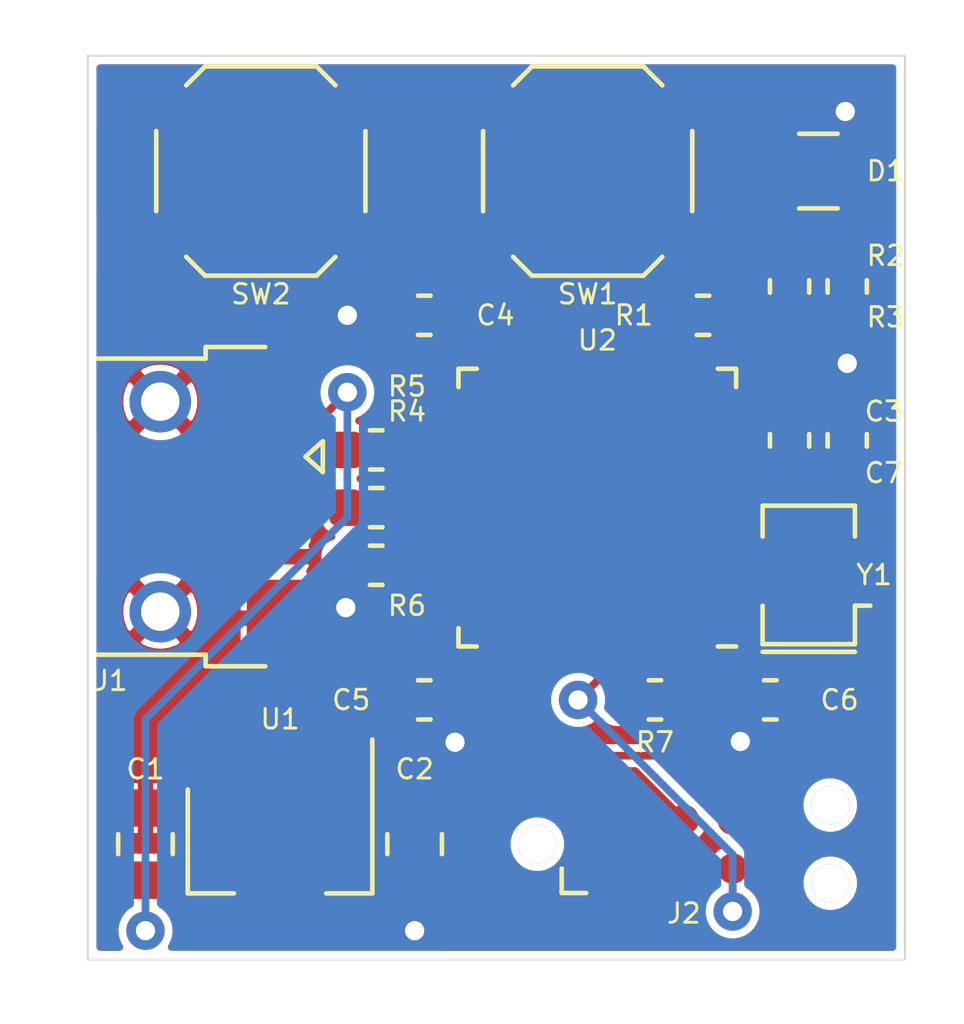
<source format=kicad_pcb>
(kicad_pcb (version 20211014) (generator pcbnew)
  (layers (0 "F.Cu" signal) (31 "B.Cu" signal) (34 "B.Paste" user) (35 "F.Paste" user) (36 "B.SilkS" user "B.Silkscreen") (37 "F.SilkS" user "F.Silkscreen") (38 "B.Mask" user) (39 "F.Mask" user) (44 "Edge.Cuts" user))
  (net 0 "")
  (net 1 "+5V")
  (net 2 "GND")
  (net 3 "+3V3")
  (net 4 "/NRST")
  (net 5 "Net-(D1-Pad3)")
  (net 6 "Net-(D1-Pad4)")
  (net 7 "Net-(D1-Pad1)")
  (net 8 "Net-(J1-Pad4)")
  (net 9 "Net-(J1-Pad3)")
  (net 10 "Net-(J1-Pad2)")
  (net 11 "/SWDIO")
  (net 12 "/SWCLK")
  (net 13 "/SWO")
  (net 14 "/TX")
  (net 15 "/RX")
  (net 16 "/LED_B")
  (net 17 "/LED_G")
  (net 18 "/LED_R")
  (net 19 "/USB_DP")
  (net 20 "/USB_DM")
  (net 21 "Net-(R7-Pad1)")
  (net 22 "/SW1")
  (net 23 "/SW2")
  (net 24 "Net-(U2-Pad41)")
  (net 25 "Net-(U2-Pad40)")
  (net 26 "Net-(U2-Pad38)")
  (net 27 "Net-(U2-Pad29)")
  (net 28 "Net-(U2-Pad28)")
  (net 29 "Net-(U2-Pad27)")
  (net 30 "Net-(U2-Pad26)")
  (net 31 "Net-(U2-Pad25)")
  (net 32 "Net-(U2-Pad20)")
  (net 33 "Net-(U2-Pad19)")
  (net 34 "Net-(U2-Pad18)")
  (net 35 "Net-(U2-Pad17)")
  (net 36 "Net-(U2-Pad16)")
  (net 37 "Net-(U2-Pad15)")
  (net 38 "Net-(U2-Pad14)")
  (net 39 "Net-(U2-Pad6)")
  (net 40 "Net-(U2-Pad5)")
  (net 41 "Net-(U2-Pad4)")
  (net 42 "Net-(U2-Pad3)")
  (net 43 "Net-(U2-Pad2)")
  (net 44 "Net-(U2-Pad31)")
  (net 45 "Net-(U2-Pad30)")
  (net 46 "Net-(U2-Pad46)")
  (net 47 "Net-(U2-Pad45)")
  (net 48 "Net-(U2-Pad10)")
  (footprint "Capacitor_SMD:C_0805_2012Metric" (layer "F.Cu") (at 138.5 113.75 90)
    (fp_text reference "C2" (at 1.95 0 180) (layer "F.SilkS") (effects (font (size 0.508 0.508) (thickness 0.0762))))
    (fp_text value "10u")
    (fp_line (start -0.258578 0.71) (end 0.258578 0.71) (layer "F.SilkS") (width 0.12))
    (fp_line (start -0.258578 -0.71) (end 0.258578 -0.71) (layer "F.SilkS") (width 0.12))
    (pad "1" smd roundrect locked (at -0.9375 0 90) (size 0.975 1.4) (layers "F.Cu" "F.Paste" "F.Mask") (net 3 "+3V3"))
    (pad "2" smd roundrect locked (at 0.9375 0 90) (size 0.975 1.4) (layers "F.Cu" "F.Paste" "F.Mask") (net 2 "GND"))
  )
  (footprint "Capacitor_SMD:C_0603_1608Metric" (layer "F.Cu") (at 149.75 103.25 90)
    (fp_text reference "C3" (at 0.75 0.95 180) (layer "F.SilkS") (effects (font (size 0.508 0.508) (thickness 0.0762))))
    (fp_text value "100n")
    (fp_line (start -0.162779 0.51) (end 0.162779 0.51) (layer "F.SilkS") (width 0.12))
    (fp_line (start -0.162779 -0.51) (end 0.162779 -0.51) (layer "F.SilkS") (width 0.12))
    (pad "1" smd roundrect locked (at -0.7875 0 90) (size 0.875 0.95) (layers "F.Cu" "F.Paste" "F.Mask") (net 4 "/NRST"))
    (pad "2" smd roundrect locked (at 0.7875 0 90) (size 0.875 0.95) (layers "F.Cu" "F.Paste" "F.Mask") (net 2 "GND"))
  )
  (footprint "Capacitor_SMD:C_0603_1608Metric" (layer "F.Cu") (at 138.75 100)
    (fp_text reference "C4" (at 1.85 0) (layer "F.SilkS") (effects (font (size 0.508 0.508) (thickness 0.0762))))
    (fp_text value "100n")
    (fp_line (start -0.162779 -0.51) (end 0.162779 -0.51) (layer "F.SilkS") (width 0.12))
    (fp_line (start -0.162779 0.51) (end 0.162779 0.51) (layer "F.SilkS") (width 0.12))
    (pad "1" smd roundrect locked (at -0.7875 0) (size 0.875 0.95) (layers "F.Cu" "F.Paste" "F.Mask") (net 3 "+3V3"))
    (pad "2" smd roundrect locked (at 0.7875 0) (size 0.875 0.95) (layers "F.Cu" "F.Paste" "F.Mask") (net 2 "GND"))
  )
  (footprint "Capacitor_SMD:C_0603_1608Metric" (layer "F.Cu") (at 138.75 110 180)
    (fp_text reference "C5" (at 1.9 0) (layer "F.SilkS") (effects (font (size 0.508 0.508) (thickness 0.0762))))
    (fp_text value "100n")
    (fp_line (start -0.162779 0.51) (end 0.162779 0.51) (layer "F.SilkS") (width 0.12))
    (fp_line (start -0.162779 -0.51) (end 0.162779 -0.51) (layer "F.SilkS") (width 0.12))
    (pad "1" smd roundrect locked (at -0.7875 0 180) (size 0.875 0.95) (layers "F.Cu" "F.Paste" "F.Mask") (net 3 "+3V3"))
    (pad "2" smd roundrect locked (at 0.7875 0 180) (size 0.875 0.95) (layers "F.Cu" "F.Paste" "F.Mask") (net 2 "GND"))
  )
  (footprint "Capacitor_SMD:C_0603_1608Metric" (layer "F.Cu") (at 147.75 110)
    (fp_text reference "C6" (at 1.8 0) (layer "F.SilkS") (effects (font (size 0.508 0.508) (thickness 0.0762))))
    (fp_text value "100n")
    (fp_line (start -0.162779 -0.51) (end 0.162779 -0.51) (layer "F.SilkS") (width 0.12))
    (fp_line (start -0.162779 0.51) (end 0.162779 0.51) (layer "F.SilkS") (width 0.12))
    (pad "1" smd roundrect locked (at -0.7875 0) (size 0.875 0.95) (layers "F.Cu" "F.Paste" "F.Mask") (net 3 "+3V3"))
    (pad "2" smd roundrect locked (at 0.7875 0) (size 0.875 0.95) (layers "F.Cu" "F.Paste" "F.Mask") (net 2 "GND"))
  )
  (footprint "Connector_USB:USB_Micro-B_Amphenol_10103594-0001LF_Horizontal" (layer "F.Cu") (at 133 105 -90)
    (fp_text reference "J1" (at 4.5 2.4) (layer "F.SilkS") (effects (font (size 0.508 0.508) (thickness 0.0762))))
    (fp_text value "USB_B_Micro")
    (fp_line (start -1.725 -3.1118) (end -0.925 -3.1118) (layer "F.SilkS") (width 0.12))
    (fp_line (start -1.325 -2.6618) (end -1.725 -3.1118) (layer "F.SilkS") (width 0.12))
    (fp_line (start -0.925 -3.1118) (end -1.325 -2.6618) (layer "F.SilkS") (width 0.12))
    (fp_line (start -4.175 -0.065) (end -4.175 -1.615) (layer "F.SilkS") (width 0.12))
    (fp_line (start 3.825 2.735) (end 3.825 -0.065) (layer "F.SilkS") (width 0.12))
    (fp_line (start -3.875 2.735) (end -3.875 -0.065) (layer "F.SilkS") (width 0.12))
    (fp_line (start 3.825 -0.065) (end 4.125 -0.065) (layer "F.SilkS") (width 0.12))
    (fp_line (start 4.125 -0.065) (end 4.125 -1.615) (layer "F.SilkS") (width 0.12))
    (fp_line (start -4.175 -0.065) (end -3.875 -0.065) (layer "F.SilkS") (width 0.12))
    (pad "1" smd rect locked (at -1.325 -1.765) (size 1.65 0.4) (layers "F.Cu" "F.Paste" "F.Mask") (net 1 "+5V"))
    (pad "2" smd rect locked (at -0.675 -1.765) (size 1.65 0.4) (layers "F.Cu" "F.Paste" "F.Mask") (net 10 "Net-(J1-Pad2)"))
    (pad "3" smd rect locked (at -0.025 -1.765) (size 1.65 0.4) (layers "F.Cu" "F.Paste" "F.Mask") (net 9 "Net-(J1-Pad3)"))
    (pad "4" smd rect locked (at 0.625 -1.765) (size 1.65 0.4) (layers "F.Cu" "F.Paste" "F.Mask") (net 8 "Net-(J1-Pad4)"))
    (pad "5" smd rect locked (at 1.275 -1.765) (size 1.65 0.4) (layers "F.Cu" "F.Paste" "F.Mask") (net 2 "GND"))
    (pad "6" smd rect locked (at 2.875 -1.885 270) (size 2 1.5) (layers "F.Cu" "F.Paste" "F.Mask") (net 2 "GND"))
    (pad "6" smd rect locked (at 0.935 1.385) (size 2.5 1.43) (layers "F.Cu" "F.Paste" "F.Mask") (net 2 "GND"))
    (pad "6" thru_hole circle locked (at -2.755 1.115) (size 1.6 1.6) (drill 1) (layers *.Cu *.Mask) (net 2 "GND"))
    (pad "6" smd rect locked (at -0.985 1.385) (size 2.5 1.43) (layers "F.Cu" "F.Paste" "F.Mask") (net 2 "GND"))
    (pad "6" thru_hole circle locked (at 2.705 1.115) (size 1.6 1.6) (drill 1) (layers *.Cu *.Mask) (net 2 "GND"))
    (pad "6" smd rect locked (at -2.875 -1.865 270) (size 2 1.5) (layers "F.Cu" "F.Paste" "F.Mask") (net 2 "GND"))
  )
  (footprint "Connector:Tag-Connect_TC2050-IDC-NL_2x05_P1.27mm_Vertical" (layer "F.Cu") (at 145.5 113.75)
    (fp_text reference "J2" (at 0 1.8) (layer "F.SilkS") (effects (font (size 0.508 0.508) (thickness 0.0762))))
    (fp_text value "SWD")
    (fp_line (start -3.175 1.27) (end -3.175 0.635) (layer "F.SilkS") (width 0.12))
    (fp_line (start -2.54 1.27) (end -3.175 1.27) (layer "F.SilkS") (width 0.12))
    (pad "" thru_hole circle locked (at 3.81 -1.016) (size 0.9906 0.9906) (drill 0.9906) (layers *.Cu *.Mask))
    (pad "" thru_hole circle locked (at 3.81 1.016) (size 0.9906 0.9906) (drill 0.9906) (layers *.Cu *.Mask))
    (pad "" thru_hole circle locked (at -3.81 0) (size 0.9906 0.9906) (drill 0.9906) (layers *.Cu *.Mask))
    (pad "1" connect circle locked (at -2.54 0.635) (size 0.7874 0.7874) (layers "F.Cu" "F.Mask") (net 3 "+3V3"))
    (pad "2" connect circle locked (at -1.27 0.635) (size 0.7874 0.7874) (layers "F.Cu" "F.Mask") (net 2 "GND"))
    (pad "3" connect circle locked (at 0 0.635) (size 0.7874 0.7874) (layers "F.Cu" "F.Mask") (net 2 "GND"))
    (pad "4" connect circle locked (at 1.27 0.635) (size 0.7874 0.7874) (layers "F.Cu" "F.Mask") (net 15 "/RX"))
    (pad "5" connect circle locked (at 2.54 0.635) (size 0.7874 0.7874) (layers "F.Cu" "F.Mask") (net 2 "GND"))
    (pad "6" connect circle locked (at 2.54 -0.635) (size 0.7874 0.7874) (layers "F.Cu" "F.Mask") (net 4 "/NRST"))
    (pad "7" connect circle locked (at 1.27 -0.635) (size 0.7874 0.7874) (layers "F.Cu" "F.Mask") (net 14 "/TX"))
    (pad "8" connect circle locked (at 0 -0.635) (size 0.7874 0.7874) (layers "F.Cu" "F.Mask") (net 13 "/SWO"))
    (pad "9" connect circle locked (at -1.27 -0.635) (size 0.7874 0.7874) (layers "F.Cu" "F.Mask") (net 12 "/SWCLK"))
    (pad "10" connect circle locked (at -2.54 -0.635) (size 0.7874 0.7874) (layers "F.Cu" "F.Mask") (net 11 "/SWDIO"))
  )
  (footprint "Resistor_SMD:R_0603_1608Metric" (layer "F.Cu") (at 146 100)
    (fp_text reference "R1" (at -1.8 0) (layer "F.SilkS") (effects (font (size 0.508 0.508) (thickness 0.0762))))
    (fp_text value "150")
    (fp_line (start -0.162779 0.51) (end 0.162779 0.51) (layer "F.SilkS") (width 0.12))
    (fp_line (start -0.162779 -0.51) (end 0.162779 -0.51) (layer "F.SilkS") (width 0.12))
    (pad "1" smd roundrect locked (at -0.7875 0) (size 0.875 0.95) (layers "F.Cu" "F.Paste" "F.Mask") (net 16 "/LED_B"))
    (pad "2" smd roundrect locked (at 0.7875 0) (size 0.875 0.95) (layers "F.Cu" "F.Paste" "F.Mask") (net 5 "Net-(D1-Pad3)"))
  )
  (footprint "Resistor_SMD:R_0603_1608Metric" (layer "F.Cu") (at 148.25 99.25 90)
    (fp_text reference "R2" (at 0.8 2.5 180) (layer "F.SilkS") (effects (font (size 0.508 0.508) (thickness 0.0762))))
    (fp_text value "150")
    (fp_line (start -0.162779 0.51) (end 0.162779 0.51) (layer "F.SilkS") (width 0.12))
    (fp_line (start -0.162779 -0.51) (end 0.162779 -0.51) (layer "F.SilkS") (width 0.12))
    (pad "1" smd roundrect locked (at -0.7875 0 90) (size 0.875 0.95) (layers "F.Cu" "F.Paste" "F.Mask") (net 17 "/LED_G"))
    (pad "2" smd roundrect locked (at 0.7875 0 90) (size 0.875 0.95) (layers "F.Cu" "F.Paste" "F.Mask") (net 6 "Net-(D1-Pad4)"))
  )
  (footprint "Resistor_SMD:R_0603_1608Metric" (layer "F.Cu") (at 149.75 99.25 90)
    (fp_text reference "R3" (at -0.8 1 180) (layer "F.SilkS") (effects (font (size 0.508 0.508) (thickness 0.0762))))
    (fp_text value "150")
    (fp_line (start -0.162779 0.51) (end 0.162779 0.51) (layer "F.SilkS") (width 0.12))
    (fp_line (start -0.162779 -0.51) (end 0.162779 -0.51) (layer "F.SilkS") (width 0.12))
    (pad "1" smd roundrect locked (at -0.7875 0 90) (size 0.875 0.95) (layers "F.Cu" "F.Paste" "F.Mask") (net 18 "/LED_R"))
    (pad "2" smd roundrect locked (at 0.7875 0 90) (size 0.875 0.95) (layers "F.Cu" "F.Paste" "F.Mask") (net 7 "Net-(D1-Pad1)"))
  )
  (footprint "Resistor_SMD:R_0603_1608Metric" (layer "F.Cu") (at 137.5 103.5 180)
    (fp_text reference "R5" (at -0.8 1.65) (layer "F.SilkS") (effects (font (size 0.508 0.508) (thickness 0.0762))))
    (fp_text value "22")
    (fp_line (start -0.162779 0.51) (end 0.162779 0.51) (layer "F.SilkS") (width 0.12))
    (fp_line (start -0.162779 -0.51) (end 0.162779 -0.51) (layer "F.SilkS") (width 0.12))
    (pad "1" smd roundrect locked (at -0.7875 0 180) (size 0.875 0.95) (layers "F.Cu" "F.Paste" "F.Mask") (net 20 "/USB_DM"))
    (pad "2" smd roundrect locked (at 0.7875 0 180) (size 0.875 0.95) (layers "F.Cu" "F.Paste" "F.Mask") (net 10 "Net-(J1-Pad2)"))
  )
  (footprint "Resistor_SMD:R_0603_1608Metric" (layer "F.Cu") (at 137.5 106.5)
    (fp_text reference "R6" (at 0.8 1.05) (layer "F.SilkS") (effects (font (size 0.508 0.508) (thickness 0.0762))))
    (fp_text value "10k")
    (fp_line (start -0.162779 0.51) (end 0.162779 0.51) (layer "F.SilkS") (width 0.12))
    (fp_line (start -0.162779 -0.51) (end 0.162779 -0.51) (layer "F.SilkS") (width 0.12))
    (pad "1" smd roundrect locked (at -0.7875 0) (size 0.875 0.95) (layers "F.Cu" "F.Paste" "F.Mask") (net 3 "+3V3"))
    (pad "2" smd roundrect locked (at 0.7875 0) (size 0.875 0.95) (layers "F.Cu" "F.Paste" "F.Mask") (net 19 "/USB_DP"))
  )
  (footprint "Resistor_SMD:R_0603_1608Metric" (layer "F.Cu") (at 144.75 110)
    (fp_text reference "R7" (at 0 1.1) (layer "F.SilkS") (effects (font (size 0.508 0.508) (thickness 0.0762))))
    (fp_text value "100k")
    (fp_line (start -0.162779 -0.51) (end 0.162779 -0.51) (layer "F.SilkS") (width 0.12))
    (fp_line (start -0.162779 0.51) (end 0.162779 0.51) (layer "F.SilkS") (width 0.12))
    (pad "1" smd roundrect locked (at -0.7875 0) (size 0.875 0.95) (layers "F.Cu" "F.Paste" "F.Mask") (net 21 "Net-(R7-Pad1)"))
    (pad "2" smd roundrect locked (at 0.7875 0) (size 0.875 0.95) (layers "F.Cu" "F.Paste" "F.Mask") (net 2 "GND"))
  )
  (footprint "Button_Switch_SMD:SW_SPST_SKQG_WithoutStem" (layer "F.Cu") (at 143 96.25 180)
    (fp_text reference "SW1" (at 0 -3.2 180) (layer "F.SilkS") (effects (font (size 0.508 0.508) (thickness 0.0762))))
    (fp_text value "SW1")
    (fp_line (start 1.45 2.72) (end 1.94 2.23) (layer "F.SilkS") (width 0.12))
    (fp_line (start -1.45 2.72) (end 1.45 2.72) (layer "F.SilkS") (width 0.12))
    (fp_line (start 1.45 -2.72) (end 1.94 -2.23) (layer "F.SilkS") (width 0.12))
    (fp_line (start -2.72 1.04) (end -2.72 -1.04) (layer "F.SilkS") (width 0.12))
    (fp_line (start -1.45 -2.72) (end 1.45 -2.72) (layer "F.SilkS") (width 0.12))
    (fp_line (start -1.45 -2.72) (end -1.94 -2.23) (layer "F.SilkS") (width 0.12))
    (fp_line (start -1.45 2.72) (end -1.94 2.23) (layer "F.SilkS") (width 0.12))
    (fp_line (start 2.72 1.04) (end 2.72 -1.04) (layer "F.SilkS") (width 0.12))
    (pad "" smd rect locked (at -3.1 -1.85 180) (size 1.8 1.1) (layers "F.Cu" "F.Paste" "F.Mask"))
    (pad "1" smd rect locked (at 3.1 -1.85 180) (size 1.8 1.1) (layers "F.Cu" "F.Paste" "F.Mask") (net 22 "/SW1"))
    (pad "2" smd rect locked (at -3.1 1.85 180) (size 1.8 1.1) (layers "F.Cu" "F.Paste" "F.Mask") (net 2 "GND"))
    (pad "2" smd rect locked (at 3.1 1.85 180) (size 1.8 1.1) (layers "F.Cu" "F.Paste" "F.Mask") (net 2 "GND"))
  )
  (footprint "Package_TO_SOT_SMD:SOT-89-3" (layer "F.Cu") (at 135 113.25 -90)
    (fp_text reference "U1" (at -2.75 0 180) (layer "F.SilkS") (effects (font (size 0.508 0.508) (thickness 0.0762))))
    (fp_text value "AZ1117-3.3")
    (fp_line (start 1.78 2.4) (end -0.92 2.4) (layer "F.SilkS") (width 0.12))
    (fp_line (start 1.78 -2.4) (end 1.78 -1.2) (layer "F.SilkS") (width 0.12))
    (fp_line (start -2.22 -2.4) (end 1.78 -2.4) (layer "F.SilkS") (width 0.12))
    (fp_line (start 1.78 1.2) (end 1.78 2.4) (layer "F.SilkS") (width 0.12))
    (pad "1" smd rect locked (at -1.48 -1.5 180) (size 1 1.5) (layers "F.Cu" "F.Paste" "F.Mask") (net 2 "GND"))
    (pad "2" smd rect locked (at -1.3335 0 180) (size 1 1.8) (layers "F.Cu" "F.Paste" "F.Mask") (net 3 "+3V3"))
    (pad "2" smd trapezoid locked (at 2.667 0 180) (size 1.6 0.85) (rect_delta 0 0.6) (layers "F.Cu" "F.Paste" "F.Mask") (net 3 "+3V3"))
    (pad "2" smd trapezoid locked (at -0.0762 0) (size 1.5 1) (rect_delta 0 0.7) (layers "F.Cu" "F.Paste" "F.Mask") (net 3 "+3V3"))
    (pad "2" smd rect locked (at 1.3335 0 180) (size 2.2 1.84) (layers "F.Cu" "F.Paste" "F.Mask") (net 3 "+3V3"))
    (pad "3" smd rect locked (at -1.48 1.5 180) (size 1 1.5) (layers "F.Cu" "F.Paste" "F.Mask") (net 1 "+5V"))
  )
  (footprint "Package_DFN_QFN:QFN-48-1EP_7x7mm_P0.5mm_EP5.6x5.6mm" (layer "F.Cu") (at 143.25 105 180)
    (fp_text reference "U2" (at 0 4.35 180) (layer "F.SilkS") (effects (font (size 0.508 0.508) (thickness 0.0762))))
    (fp_text value "STM32F103CBUx")
    (fp_line (start -3.135 -3.61) (end -3.61 -3.61) (layer "F.SilkS") (width 0.12))
    (fp_line (start 3.61 -3.61) (end 3.61 -3.135) (layer "F.SilkS") (width 0.12))
    (fp_line (start 3.61 3.61) (end 3.61 3.135) (layer "F.SilkS") (width 0.12))
    (fp_line (start -3.135 3.61) (end -3.61 3.61) (layer "F.SilkS") (width 0.12))
    (fp_line (start 3.135 -3.61) (end 3.61 -3.61) (layer "F.SilkS") (width 0.12))
    (fp_line (start 3.135 3.61) (end 3.61 3.61) (layer "F.SilkS") (width 0.12))
    (fp_line (start -3.61 3.61) (end -3.61 3.135) (layer "F.SilkS") (width 0.12))
    (pad "1" smd roundrect locked (at -3.4375 -2.75 180) (size 0.875 0.25) (layers "F.Cu" "F.Paste" "F.Mask") (net 3 "+3V3"))
    (pad "2" smd roundrect locked (at -3.4375 -2.25 180) (size 0.875 0.25) (layers "F.Cu" "F.Paste" "F.Mask") (net 43 "Net-(U2-Pad2)"))
    (pad "3" smd roundrect locked (at -3.4375 -1.75 180) (size 0.875 0.25) (layers "F.Cu" "F.Paste" "F.Mask") (net 42 "Net-(U2-Pad3)"))
    (pad "4" smd roundrect locked (at -3.4375 -1.25 180) (size 0.875 0.25) (layers "F.Cu" "F.Paste" "F.Mask") (net 41 "Net-(U2-Pad4)"))
    (pad "5" smd roundrect locked (at -3.4375 -0.75 180) (size 0.875 0.25) (layers "F.Cu" "F.Paste" "F.Mask") (net 40 "Net-(U2-Pad5)"))
    (pad "6" smd roundrect locked (at -3.4375 -0.25 180) (size 0.875 0.25) (layers "F.Cu" "F.Paste" "F.Mask") (net 39 "Net-(U2-Pad6)"))
    (pad "7" smd roundrect locked (at -3.4375 0.25 180) (size 0.875 0.25) (layers "F.Cu" "F.Paste" "F.Mask") (net 4 "/NRST"))
    (pad "8" smd roundrect locked (at -3.4375 0.75 180) (size 0.875 0.25) (layers "F.Cu" "F.Paste" "F.Mask") (net 2 "GND"))
    (pad "9" smd roundrect locked (at -3.4375 1.25 180) (size 0.875 0.25) (layers "F.Cu" "F.Paste" "F.Mask") (net 3 "+3V3"))
    (pad "10" smd roundrect locked (at -3.4375 1.75 180) (size 0.875 0.25) (layers "F.Cu" "F.Paste" "F.Mask") (net 48 "Net-(U2-Pad10)"))
    (pad "11" smd roundrect locked (at -3.4375 2.25 180) (size 0.875 0.25) (layers "F.Cu" "F.Paste" "F.Mask") (net 18 "/LED_R"))
    (pad "12" smd roundrect locked (at -3.4375 2.75 180) (size 0.875 0.25) (layers "F.Cu" "F.Paste" "F.Mask") (net 17 "/LED_G"))
    (pad "13" smd roundrect locked (at -2.75 3.4375 180) (size 0.25 0.875) (layers "F.Cu" "F.Paste" "F.Mask") (net 16 "/LED_B"))
    (pad "14" smd roundrect locked (at -2.25 3.4375 180) (size 0.25 0.875) (layers "F.Cu" "F.Paste" "F.Mask") (net 38 "Net-(U2-Pad14)"))
    (pad "15" smd roundrect locked (at -1.75 3.4375 180) (size 0.25 0.875) (layers "F.Cu" "F.Paste" "F.Mask") (net 37 "Net-(U2-Pad15)"))
    (pad "16" smd roundrect locked (at -1.25 3.4375 180) (size 0.25 0.875) (layers "F.Cu" "F.Paste" "F.Mask") (net 36 "Net-(U2-Pad16)"))
    (pad "17" smd roundrect locked (at -0.75 3.4375 180) (size 0.25 0.875) (layers "F.Cu" "F.Paste" "F.Mask") (net 35 "Net-(U2-Pad17)"))
    (pad "18" smd roundrect locked (at -0.25 3.4375 180) (size 0.25 0.875) (layers "F.Cu" "F.Paste" "F.Mask") (net 34 "Net-(U2-Pad18)"))
    (pad "19" smd roundrect locked (at 0.25 3.4375 180) (size 0.25 0.875) (layers "F.Cu" "F.Paste" "F.Mask") (net 33 "Net-(U2-Pad19)"))
    (pad "20" smd roundrect locked (at 0.75 3.4375 180) (size 0.25 0.875) (layers "F.Cu" "F.Paste" "F.Mask") (net 32 "Net-(U2-Pad20)"))
    (pad "21" smd roundrect locked (at 1.25 3.4375 180) (size 0.25 0.875) (layers "F.Cu" "F.Paste" "F.Mask") (net 22 "/SW1"))
    (pad "22" smd roundrect locked (at 1.75 3.4375 180) (size 0.25 0.875) (layers "F.Cu" "F.Paste" "F.Mask") (net 23 "/SW2"))
    (pad "23" smd roundrect locked (at 2.25 3.4375 180) (size 0.25 0.875) (layers "F.Cu" "F.Paste" "F.Mask") (net 2 "GND"))
    (pad "24" smd roundrect locked (at 2.75 3.4375 180) (size 0.25 0.875) (layers "F.Cu" "F.Paste" "F.Mask") (net 3 "+3V3"))
    (pad "25" smd roundrect locked (at 3.4375 2.75 180) (size 0.875 0.25) (layers "F.Cu" "F.Paste" "F.Mask") (net 31 "Net-(U2-Pad25)"))
    (pad "26" smd roundrect locked (at 3.4375 2.25 180) (size 0.875 0.25) (layers "F.Cu" "F.Paste" "F.Mask") (net 30 "Net-(U2-Pad26)"))
    (pad "27" smd roundrect locked (at 3.4375 1.75 180) (size 0.875 0.25) (layers "F.Cu" "F.Paste" "F.Mask") (net 29 "Net-(U2-Pad27)"))
    (pad "28" smd roundrect locked (at 3.4375 1.25 180) (size 0.875 0.25) (layers "F.Cu" "F.Paste" "F.Mask") (net 28 "Net-(U2-Pad28)"))
    (pad "29" smd roundrect locked (at 3.4375 0.75 180) (size 0.875 0.25) (layers "F.Cu" "F.Paste" "F.Mask") (net 27 "Net-(U2-Pad29)"))
    (pad "30" smd roundrect locked (at 3.4375 0.25 180) (size 0.875 0.25) (layers "F.Cu" "F.Paste" "F.Mask") (net 45 "Net-(U2-Pad30)"))
    (pad "31" smd roundrect locked (at 3.4375 -0.25 180) (size 0.875 0.25) (layers "F.Cu" "F.Paste" "F.Mask") (net 44 "Net-(U2-Pad31)"))
    (pad "32" smd roundrect locked (at 3.4375 -0.75 180) (size 0.875 0.25) (layers "F.Cu" "F.Paste" "F.Mask") (net 20 "/USB_DM"))
    (pad "33" smd roundrect locked (at 3.4375 -1.25 180) (size 0.875 0.25) (layers "F.Cu" "F.Paste" "F.Mask") (net 19 "/USB_DP"))
    (pad "34" smd roundrect locked (at 3.4375 -1.75 180) (size 0.875 0.25) (layers "F.Cu" "F.Paste" "F.Mask") (net 11 "/SWDIO"))
    (pad "35" smd roundrect locked (at 3.4375 -2.25 180) (size 0.875 0.25) (layers "F.Cu" "F.Paste" "F.Mask") (net 2 "GND"))
    (pad "36" smd roundrect locked (at 3.4375 -2.75 180) (size 0.875 0.25) (layers "F.Cu" "F.Paste" "F.Mask") (net 3 "+3V3"))
    (pad "37" smd roundrect locked (at 2.75 -3.4375 180) (size 0.25 0.875) (layers "F.Cu" "F.Paste" "F.Mask") (net 12 "/SWCLK"))
    (pad "38" smd roundrect locked (at 2.25 -3.4375 180) (size 0.25 0.875) (layers "F.Cu" "F.Paste" "F.Mask") (net 26 "Net-(U2-Pad38)"))
    (pad "39" smd roundrect locked (at 1.75 -3.4375 180) (size 0.25 0.875) (layers "F.Cu" "F.Paste" "F.Mask") (net 13 "/SWO"))
    (pad "40" smd roundrect locked (at 1.25 -3.4375 180) (size 0.25 0.875) (layers "F.Cu" "F.Paste" "F.Mask") (net 25 "Net-(U2-Pad40)"))
    (pad "41" smd roundrect locked (at 0.75 -3.4375 180) (size 0.25 0.875) (layers "F.Cu" "F.Paste" "F.Mask") (net 24 "Net-(U2-Pad41)"))
    (pad "42" smd roundrect locked (at 0.25 -3.4375 180) (size 0.25 0.875) (layers "F.Cu" "F.Paste" "F.Mask") (net 14 "/TX"))
    (pad "43" smd roundrect locked (at -0.25 -3.4375 180) (size 0.25 0.875) (layers "F.Cu" "F.Paste" "F.Mask") (net 15 "/RX"))
    (pad "44" smd roundrect locked (at -0.75 -3.4375 180) (size 0.25 0.875) (layers "F.Cu" "F.Paste" "F.Mask") (net 21 "Net-(R7-Pad1)"))
    (pad "45" smd roundrect locked (at -1.25 -3.4375 180) (size 0.25 0.875) (layers "F.Cu" "F.Paste" "F.Mask") (net 47 "Net-(U2-Pad45)"))
    (pad "46" smd roundrect locked (at -1.75 -3.4375 180) (size 0.25 0.875) (layers "F.Cu" "F.Paste" "F.Mask") (net 46 "Net-(U2-Pad46)"))
    (pad "47" smd roundrect locked (at -2.25 -3.4375 180) (size 0.25 0.875) (layers "F.Cu" "F.Paste" "F.Mask") (net 2 "GND"))
    (pad "48" smd roundrect locked (at -2.75 -3.4375 180) (size 0.25 0.875) (layers "F.Cu" "F.Paste" "F.Mask") (net 3 "+3V3"))
    (pad "49" smd roundrect locked (at 0 0 180) (size 5.6 5.6) (layers "F.Cu" "F.Mask") (roundrect_rratio 0.045) (net 2 "GND"))
  )
  (footprint "Crystal:Resonator_SMD_muRata_CSTxExxV-3Pin_3.0x1.1mm" (layer "F.Cu") (at 148.75 106.75 90)
    (fp_text reference "Y1" (at 0 1.7 180) (layer "F.SilkS") (effects (font (size 0.508 0.508) (thickness 0.0762))))
    (fp_text value "16MHz")
    (fp_line (start -2 0.8) (end -2 1.2) (layer "F.SilkS") (width 0.12))
    (fp_line (start 1.8 0.8) (end 1.8 1.2) (layer "F.SilkS") (width 0.12))
    (fp_line (start -0.8 1.2) (end -1.8 1.2) (layer "F.SilkS") (width 0.12))
    (fp_line (start -1.8 0.8) (end -1.8 1.2) (layer "F.SilkS") (width 0.12))
    (fp_line (start -2 -1.2) (end -2 0.8) (layer "F.SilkS") (width 0.12))
    (fp_line (start 1.8 1.2) (end 1 1.2) (layer "F.SilkS") (width 0.12))
    (fp_line (start -1.8 -1.2) (end -0.8 -1.2) (layer "F.SilkS") (width 0.12))
    (fp_line (start -0.8 1.2) (end -0.8 1.6) (layer "F.SilkS") (width 0.12))
    (fp_line (start 1.8 -1.2) (end 1.8 0.8) (layer "F.SilkS") (width 0.12))
    (fp_line (start 1 -1.2) (end 1.8 -1.2) (layer "F.SilkS") (width 0.12))
    (fp_line (start -1.8 0.8) (end -1.8 -1.2) (layer "F.SilkS") (width 0.12))
    (pad "1" smd rect locked (at -1.2 0 90) (size 0.4 1.9) (layers "F.Cu" "F.Paste" "F.Mask") (net 40 "Net-(U2-Pad5)"))
    (pad "2" smd rect locked (at 0 0 90) (size 0.4 1.9) (layers "F.Cu" "F.Paste" "F.Mask") (net 2 "GND"))
    (pad "3" smd rect locked (at 1.2 0 90) (size 0.4 1.9) (layers "F.Cu" "F.Paste" "F.Mask") (net 39 "Net-(U2-Pad6)"))
  )
  (footprint "Resistor_SMD:R_0603_1608Metric" (layer "F.Cu") (at 137.5 105 180)
    (fp_text reference "R4" (at -0.8 2.5) (layer "F.SilkS") (effects (font (size 0.508 0.508) (thickness 0.0762))))
    (fp_text value "22")
    (fp_line (start -0.162779 0.51) (end 0.162779 0.51) (layer "F.SilkS") (width 0.12))
    (fp_line (start -0.162779 -0.51) (end 0.162779 -0.51) (layer "F.SilkS") (width 0.12))
    (pad "1" smd roundrect locked (at -0.7875 0 180) (size 0.875 0.95) (layers "F.Cu" "F.Paste" "F.Mask") (net 19 "/USB_DP"))
    (pad "2" smd roundrect locked (at 0.7875 0 180) (size 0.875 0.95) (layers "F.Cu" "F.Paste" "F.Mask") (net 9 "Net-(J1-Pad3)"))
  )
  (footprint "Capacitor_SMD:C_0603_1608Metric" (layer "F.Cu") (at 148.25 103.25 -90)
    (fp_text reference "C7" (at 0.85 -2.45 180) (layer "F.SilkS") (effects (font (size 0.508 0.508) (thickness 0.0762))))
    (fp_text value "100n")
    (fp_line (start -0.162779 -0.51) (end 0.162779 -0.51) (layer "F.SilkS") (width 0.12))
    (fp_line (start -0.162779 0.51) (end 0.162779 0.51) (layer "F.SilkS") (width 0.12))
    (pad "1" smd roundrect locked (at -0.7875 0 270) (size 0.875 0.95) (layers "F.Cu" "F.Paste" "F.Mask") (net 3 "+3V3"))
    (pad "2" smd roundrect locked (at 0.7875 0 270) (size 0.875 0.95) (layers "F.Cu" "F.Paste" "F.Mask") (net 2 "GND"))
  )
  (footprint "Button_Switch_SMD:SW_SPST_SKQG_WithoutStem" (layer "F.Cu") (at 134.5 96.25 180)
    (fp_text reference "SW2" (at 0 -3.2 180) (layer "F.SilkS") (effects (font (size 0.508 0.508) (thickness 0.0762))))
    (fp_text value "SW2")
    (fp_line (start 2.72 1.04) (end 2.72 -1.04) (layer "F.SilkS") (width 0.12))
    (fp_line (start -1.45 2.72) (end -1.94 2.23) (layer "F.SilkS") (width 0.12))
    (fp_line (start 1.45 -2.72) (end 1.94 -2.23) (layer "F.SilkS") (width 0.12))
    (fp_line (start -1.45 2.72) (end 1.45 2.72) (layer "F.SilkS") (width 0.12))
    (fp_line (start -1.45 -2.72) (end -1.94 -2.23) (layer "F.SilkS") (width 0.12))
    (fp_line (start -2.72 1.04) (end -2.72 -1.04) (layer "F.SilkS") (width 0.12))
    (fp_line (start -1.45 -2.72) (end 1.45 -2.72) (layer "F.SilkS") (width 0.12))
    (fp_line (start 1.45 2.72) (end 1.94 2.23) (layer "F.SilkS") (width 0.12))
    (pad "" smd rect locked (at 3.1 -1.85 180) (size 1.8 1.1) (layers "F.Cu" "F.Paste" "F.Mask"))
    (pad "1" smd rect locked (at -3.1 -1.85 180) (size 1.8 1.1) (layers "F.Cu" "F.Paste" "F.Mask") (net 23 "/SW2"))
    (pad "2" smd rect locked (at -3.1 1.85 180) (size 1.8 1.1) (layers "F.Cu" "F.Paste" "F.Mask") (net 2 "GND"))
    (pad "2" smd rect locked (at 3.1 1.85 180) (size 1.8 1.1) (layers "F.Cu" "F.Paste" "F.Mask") (net 2 "GND"))
  )
  (footprint "Resistor_SMD:R_Array_Convex_2x0606" (layer "F.Cu") (at 149 96.25 180)
    (fp_text reference "D1" (at -1.75 0) (layer "F.SilkS") (effects (font (size 0.508 0.508) (thickness 0.0762))))
    (fp_text value "LED_RABG")
    (fp_line (start 0.5 0.97) (end -0.5 0.97) (layer "F.SilkS") (width 0.12))
    (fp_line (start 0.5 -0.97) (end -0.5 -0.97) (layer "F.SilkS") (width 0.12))
    (pad "1" smd rect locked (at -0.7 -0.47 180) (size 0.7 0.64) (layers "F.Cu" "F.Paste" "F.Mask") (net 7 "Net-(D1-Pad1)"))
    (pad "2" smd rect locked (at -0.7 0.47 180) (size 0.7 0.64) (layers "F.Cu" "F.Paste" "F.Mask") (net 3 "+3V3"))
    (pad "3" smd rect locked (at 0.7 0.47 180) (size 0.7 0.64) (layers "F.Cu" "F.Paste" "F.Mask") (net 5 "Net-(D1-Pad3)"))
    (pad "4" smd rect locked (at 0.7 -0.47 180) (size 0.7 0.64) (layers "F.Cu" "F.Paste" "F.Mask") (net 6 "Net-(D1-Pad4)"))
  )
  (footprint "Capacitor_SMD:C_0805_2012Metric" (layer "F.Cu") (at 131.5 113.75 -90)
    (fp_text reference "C1" (at -1.95 0 180) (layer "F.SilkS") (effects (font (size 0.508 0.508) (thickness 0.0762))))
    (fp_text value "10u")
    (fp_line (start -0.258578 -0.71) (end 0.258578 -0.71) (layer "F.SilkS") (width 0.12))
    (fp_line (start -0.258578 0.71) (end 0.258578 0.71) (layer "F.SilkS") (width 0.12))
    (pad "1" smd roundrect locked (at -0.9375 0 270) (size 0.975 1.4) (layers "F.Cu" "F.Paste" "F.Mask") (net 2 "GND"))
    (pad "2" smd roundrect locked (at 0.9375 0 270) (size 0.975 1.4) (layers "F.Cu" "F.Paste" "F.Mask") (net 1 "+5V"))
  )
  (gr_line (start 151.25 93.25) (end 130 93.25) (layer "Edge.Cuts") (width 0.05))
  (gr_line (start 130 93.25) (end 130 116.75) (layer "Edge.Cuts") (width 0.05))
  (gr_line (start 151.25 116.75) (end 151.25 93.25) (layer "Edge.Cuts") (width 0.05))
  (gr_line (start 130 116.75) (end 151.25 116.75) (layer "Edge.Cuts") (width 0.05))
  (segment (start 135.915001 102.834999) (end 136.75 102) (width 0.2) (layer "F.Cu") (net 1))
  (segment (start 133.5 112.72) (end 131.5325 114.6875) (width 0.2) (layer "F.Cu") (net 1))
  (segment (start 135.915001 103.549999) (end 135.915001 102.834999) (width 0.2) (layer "F.Cu") (net 1))
  (segment (start 131.5325 114.6875) (end 131.5 114.6875) (width 0.2) (layer "F.Cu") (net 1))
  (segment (start 131.5 116) (end 131.5 114.6875) (width 0.2) (layer "F.Cu") (net 1))
  (segment (start 135.79 103.675) (end 135.915001 103.549999) (width 0.2) (layer "F.Cu") (net 1))
  (segment (start 134.765 103.675) (end 135.79 103.675) (width 0.2) (layer "F.Cu") (net 1))
  (segment (start 133.5 111.77) (end 133.5 112.72) (width 0.2) (layer "F.Cu") (net 1))
  (via (at 131.5 116) (size 1) (drill 0.5) (layers "F.Cu" "B.Cu") (net 1))
  (via (at 136.75 102) (size 1) (drill 0.5) (layers "F.Cu" "B.Cu") (net 1))
  (segment (start 131.5 110.5) (end 131.5 116) (width 0.2) (layer "B.Cu") (net 1))
  (segment (start 136.75 105.25) (end 131.5 110.5) (width 0.2) (layer "B.Cu") (net 1))
  (segment (start 136.75 102) (end 136.75 105.25) (width 0.2) (layer "B.Cu") (net 1))
  (segment (start 137.9625 109.525) (end 137.9625 110) (width 0.2) (layer "F.Cu") (net 2))
  (segment (start 141 107.25) (end 143.25 105) (width 0.2) (layer "F.Cu") (net 2))
  (segment (start 139.8125 107.25) (end 139.362332 107.25) (width 0.2) (layer "F.Cu") (net 2))
  (segment (start 139.8125 107.25) (end 141 107.25) (width 0.2) (layer "F.Cu") (net 2))
  (segment (start 145.5 108.4375) (end 145.5 107.25) (width 0.2) (layer "F.Cu") (net 2))
  (segment (start 141 102.75) (end 143.25 105) (width 0.2) (layer "F.Cu") (net 2))
  (segment (start 137.9625 108.649832) (end 137.9625 109.525) (width 0.2) (layer "F.Cu") (net 2))
  (segment (start 145.5 107.25) (end 143.25 105) (width 0.2) (layer "F.Cu") (net 2))
  (segment (start 139.362332 107.25) (end 137.9625 108.649832) (width 0.2) (layer "F.Cu") (net 2))
  (segment (start 144 104.25) (end 143.25 105) (width 0.2) (layer "F.Cu") (net 2))
  (segment (start 141 101.5625) (end 141 102.75) (width 0.2) (layer "F.Cu") (net 2))
  (segment (start 146.6875 104.25) (end 144 104.25) (width 0.2) (layer "F.Cu") (net 2))
  (segment (start 148.25 102.4625) (end 148.25 102.025) (width 0.2) (layer "F.Cu") (net 3))
  (segment (start 146.9625 109.2125) (end 146.9625 110) (width 0.2) (layer "F.Cu") (net 3))
  (segment (start 146.9625 110) (end 146.9625 111.0725) (width 0.2) (layer "F.Cu") (net 3))
  (segment (start 136.7125 106.5) (end 136.7125 107.5975) (width 0.2) (layer "F.Cu") (net 3))
  (segment (start 135.104 114.6875) (end 135 114.5835) (width 0.2) (layer "F.Cu") (net 3))
  (segment (start 148.25 102.025) (end 149.025 101.25) (width 0.2) (layer "F.Cu") (net 3))
  (segment (start 138.5 114.6875) (end 138.5 116) (width 0.2) (layer "F.Cu") (net 3))
  (segment (start 139.05 101.5625) (end 137.9625 100.475) (width 0.2) (layer "F.Cu") (net 3))
  (segment (start 137.9625 100) (end 136.75 100) (width 0.2) (layer "F.Cu") (net 3))
  (segment (start 149.7 95.78) (end 149.7 94.7) (width 0.2) (layer "F.Cu") (net 3))
  (segment (start 138.591199 114.778699) (end 138.5 114.6875) (width 0.2) (layer "F.Cu") (net 3))
  (segment (start 139.5375 109.2125) (end 139.5375 110) (width 0.2) (layer "F.Cu") (net 3))
  (segment (start 136.7125 107.5975) (end 136.71 107.6) (width 0.2) (layer "F.Cu") (net 3))
  (segment (start 148.25 102.637668) (end 148.25 102.4625) (width 0.2) (layer "F.Cu") (net 3))
  (segment (start 147.137668 103.75) (end 148.25 102.637668) (width 0.2) (layer "F.Cu") (net 3))
  (segment (start 146.6875 103.75) (end 147.137668 103.75) (width 0.2) (layer "F.Cu") (net 3))
  (segment (start 142.566301 114.778699) (end 138.591199 114.778699) (width 0.2) (layer "F.Cu") (net 3))
  (segment (start 140.5 101.5625) (end 139.05 101.5625) (width 0.2) (layer "F.Cu") (net 3))
  (segment (start 139.8125 108.9375) (end 139.5375 109.2125) (width 0.2) (layer "F.Cu") (net 3))
  (segment (start 146.6875 108.9375) (end 146.9625 109.2125) (width 0.2) (layer "F.Cu") (net 3))
  (segment (start 142.96 114.385) (end 142.566301 114.778699) (width 0.2) (layer "F.Cu") (net 3))
  (segment (start 149.025 101.25) (end 149.750012 101.25) (width 0.2) (layer "F.Cu") (net 3))
  (segment (start 137.9625 100.475) (end 137.9625 100) (width 0.2) (layer "F.Cu") (net 3))
  (segment (start 146.6875 108.4375) (end 146.6875 108.9375) (width 0.2) (layer "F.Cu") (net 3))
  (segment (start 139.5375 111.0875) (end 139.55 111.1) (width 0.2) (layer "F.Cu") (net 3))
  (segment (start 139.8125 107.75) (end 139.8125 108.9375) (width 0.2) (layer "F.Cu") (net 3))
  (segment (start 135 111.9165) (end 135 115.917) (width 0.2) (layer "F.Cu") (net 3))
  (segment (start 146.9625 111.0725) (end 146.97 111.08) (width 0.2) (layer "F.Cu") (net 3))
  (segment (start 146.6875 108.4375) (end 146 108.4375) (width 0.2) (layer "F.Cu") (net 3))
  (segment (start 146.6875 107.75) (end 146.6875 108.4375) (width 0.2) (layer "F.Cu") (net 3))
  (segment (start 138.5 114.6875) (end 135.104 114.6875) (width 0.2) (layer "F.Cu") (net 3))
  (segment (start 139.5375 110) (end 139.5375 111.0875) (width 0.2) (layer "F.Cu") (net 3))
  (via (at 136.75 100) (size 1) (drill 0.5) (layers "F.Cu" "B.Cu") (net 3))
  (via (at 146.97 111.08) (size 1) (drill 0.5) (layers "F.Cu" "B.Cu") (net 3))
  (via (at 149.7 94.7) (size 1) (drill 0.5) (layers "F.Cu" "B.Cu") (net 3))
  (via (at 149.750012 101.25) (size 1) (drill 0.5) (layers "F.Cu" "B.Cu") (net 3))
  (via (at 139.55 111.1) (size 1) (drill 0.5) (layers "F.Cu" "B.Cu") (net 3))
  (via (at 138.5 116) (size 1) (drill 0.5) (layers "F.Cu" "B.Cu") (net 3))
  (via (at 136.71 107.6) (size 1) (drill 0.5) (layers "F.Cu" "B.Cu") (net 3))
  (segment (start 149.799999 105.049999) (end 149.940001 105.049999) (width 0.2) (layer "F.Cu") (net 4))
  (segment (start 149.799999 105.049999) (end 149.75 105) (width 0.2) (layer "F.Cu") (net 4))
  (segment (start 150.45 110.148225) (end 148.04 112.558225) (width 0.2) (layer "F.Cu") (net 4))
  (segment (start 147.75386 104.75) (end 148.053859 105.049999) (width 0.2) (layer "F.Cu") (net 4))
  (segment (start 149.940001 105.049999) (end 150.45 105.559998) (width 0.2) (layer "F.Cu") (net 4))
  (segment (start 148.04 112.558225) (end 148.04 113.115) (width 0.2) (layer "F.Cu") (net 4))
  (segment (start 149.75 105) (end 149.75 104.0375) (width 0.2) (layer "F.Cu") (net 4))
  (segment (start 146.6875 104.75) (end 147.75386 104.75) (width 0.2) (layer "F.Cu") (net 4))
  (segment (start 150.45 105.559998) (end 150.45 110.148225) (width 0.2) (layer "F.Cu") (net 4))
  (segment (start 148.053859 105.049999) (end 149.799999 105.049999) (width 0.2) (layer "F.Cu") (net 4))
  (segment (start 147.75 95.78) (end 147.4 96.13) (width 0.2) (layer "F.Cu") (net 5))
  (segment (start 147.4 96.13) (end 147.4 98.85) (width 0.2) (layer "F.Cu") (net 5))
  (segment (start 148.3 95.78) (end 147.75 95.78) (width 0.2) (layer "F.Cu") (net 5))
  (segment (start 146.7875 99.4625) (end 146.7875 100) (width 0.2) (layer "F.Cu") (net 5))
  (segment (start 147.4 98.85) (end 146.7875 99.4625) (width 0.2) (layer "F.Cu") (net 5))
  (segment (start 148.25 98.4625) (end 148.25 96.77) (width 0.2) (layer "F.Cu") (net 6))
  (segment (start 148.25 96.77) (end 148.3 96.72) (width 0.2) (layer "F.Cu") (net 6))
  (segment (start 149.75 98.4625) (end 149.75 96.77) (width 0.2) (layer "F.Cu") (net 7))
  (segment (start 149.75 96.77) (end 149.7 96.72) (width 0.2) (layer "F.Cu") (net 7))
  (segment (start 134.79 105) (end 134.765 104.975) (width 0.2) (layer "F.Cu") (net 9))
  (segment (start 136.7125 105) (end 134.79 105) (width 0.2) (layer "F.Cu") (net 9))
  (segment (start 134.765 104.325) (end 135.79 104.325) (width 0.2) (layer "F.Cu") (net 10))
  (segment (start 135.79 104.325) (end 136.615 103.5) (width 0.2) (layer "F.Cu") (net 10))
  (segment (start 136.615 103.5) (end 136.7125 103.5) (width 0.2) (layer "F.Cu") (net 10))
  (segment (start 138.77885 112.02499) (end 141.86999 112.02499) (width 0.2) (layer "F.Cu") (net 11))
  (segment (start 139.25 106.75) (end 137.22499 108.77501) (width 0.2) (layer "F.Cu") (net 11))
  (segment (start 137.22499 110.47113) (end 138.77885 112.02499) (width 0.2) (layer "F.Cu") (net 11))
  (segment (start 141.86999 112.02499) (end 142.566301 112.721301) (width 0.2) (layer "F.Cu") (net 11))
  (segment (start 142.566301 112.721301) (end 142.96 113.115) (width 0.2) (layer "F.Cu") (net 11))
  (segment (start 139.8125 106.75) (end 139.25 106.75) (width 0.2) (layer "F.Cu") (net 11))
  (segment (start 137.22499 108.77501) (end 137.22499 110.47113) (width 0.2) (layer "F.Cu") (net 11))
  (segment (start 140.5 108.4375) (end 140.5 110.089302) (width 0.2) (layer "F.Cu") (net 12))
  (segment (start 140.5 110.089302) (end 142.660698 112.25) (width 0.2) (layer "F.Cu") (net 12))
  (segment (start 142.660698 112.25) (end 143.365 112.25) (width 0.2) (layer "F.Cu") (net 12))
  (segment (start 143.365 112.25) (end 144.23 113.115) (width 0.2) (layer "F.Cu") (net 12))
  (segment (start 141.5 108.4375) (end 141.5 110.523604) (width 0.2) (layer "F.Cu") (net 13))
  (segment (start 141.5 110.523604) (end 142.826386 111.84999) (width 0.2) (layer "F.Cu") (net 13))
  (segment (start 144.23499 111.84999) (end 145.106301 112.721301) (width 0.2) (layer "F.Cu") (net 13))
  (segment (start 145.106301 112.721301) (end 145.5 113.115) (width 0.2) (layer "F.Cu") (net 13))
  (segment (start 142.826386 111.84999) (end 144.23499 111.84999) (width 0.2) (layer "F.Cu") (net 13))
  (segment (start 142.992074 111.44998) (end 145.10498 111.44998) (width 0.2) (layer "F.Cu") (net 14))
  (segment (start 143 108.887668) (end 142.687669 109.199999) (width 0.2) (layer "F.Cu") (net 14))
  (segment (start 142.687669 109.199999) (end 142.365999 109.199999) (width 0.2) (layer "F.Cu") (net 14))
  (segment (start 142.365999 109.199999) (end 141.949999 109.615999) (width 0.2) (layer "F.Cu") (net 14))
  (segment (start 141.949999 110.407905) (end 142.992074 111.44998) (width 0.2) (layer "F.Cu") (net 14))
  (segment (start 146.376301 112.721301) (end 146.77 113.115) (width 0.2) (layer "F.Cu") (net 14))
  (segment (start 143 108.4375) (end 143 108.887668) (width 0.2) (layer "F.Cu") (net 14))
  (segment (start 141.949999 109.615999) (end 141.949999 110.407905) (width 0.2) (layer "F.Cu") (net 14))
  (segment (start 145.10498 111.44998) (end 146.376301 112.721301) (width 0.2) (layer "F.Cu") (net 14))
  (segment (start 143.5 109.25) (end 142.75 110) (width 0.2) (layer "F.Cu") (net 15))
  (segment (start 143.5 108.4375) (end 143.5 109.25) (width 0.2) (layer "F.Cu") (net 15))
  (segment (start 146.77 114.385) (end 146.77 115.499992) (width 0.2) (layer "F.Cu") (net 15))
  (via (at 142.75 110) (size 1) (drill 0.5) (layers "F.Cu" "B.Cu") (net 15))
  (via (at 146.77 115.499992) (size 1) (drill 0.5) (layers "F.Cu" "B.Cu") (net 15))
  (segment (start 146.77 114.02) (end 146.77 115.499992) (width 0.2) (layer "B.Cu") (net 15))
  (segment (start 142.75 110) (end 146.77 114.02) (width 0.2) (layer "B.Cu") (net 15))
  (segment (start 146 101.5625) (end 146 100.35) (width 0.2) (layer "F.Cu") (net 16))
  (segment (start 145.65 100) (end 145.2125 100) (width 0.2) (layer "F.Cu") (net 16))
  (segment (start 146 100.35) (end 145.65 100) (width 0.2) (layer "F.Cu") (net 16))
  (segment (start 146.6875 102.25) (end 146.6875 101.6) (width 0.2) (layer "F.Cu") (net 17))
  (segment (start 146.6875 101.6) (end 148.25 100.0375) (width 0.2) (layer "F.Cu") (net 17))
  (segment (start 146.6875 102.75) (end 147.25 102.75) (width 0.2) (layer "F.Cu") (net 18))
  (segment (start 149.4625 100.0375) (end 149.75 100.0375) (width 0.2) (layer "F.Cu") (net 18))
  (segment (start 147.25 102.75) (end 147.47499 102.52501) (width 0.2) (layer "F.Cu") (net 18))
  (segment (start 147.47499 102.52501) (end 147.47499 102.02501) (width 0.2) (layer "F.Cu") (net 18))
  (segment (start 147.47499 102.02501) (end 149.4625 100.0375) (width 0.2) (layer "F.Cu") (net 18))
  (segment (start 138.2875 105) (end 138.2875 106.5) (width 0.2) (layer "F.Cu") (net 19))
  (segment (start 139.8125 106.25) (end 138.5375 106.25) (width 0.2) (layer "F.Cu") (net 19))
  (segment (start 138.5375 106.25) (end 138.2875 106.5) (width 0.2) (layer "F.Cu") (net 19))
  (segment (start 139.07499 103.84999) (end 138.725 103.5) (width 0.2) (layer "F.Cu") (net 20))
  (segment (start 139.8125 105.75) (end 139.362332 105.75) (width 0.2) (layer "F.Cu") (net 20))
  (segment (start 138.725 103.5) (end 138.2875 103.5) (width 0.2) (layer "F.Cu") (net 20))
  (segment (start 139.362332 105.75) (end 139.07499 105.462658) (width 0.2) (layer "F.Cu") (net 20))
  (segment (start 139.07499 105.462658) (end 139.07499 103.84999) (width 0.2) (layer "F.Cu") (net 20))
  (segment (start 144 108.4375) (end 144 109.9625) (width 0.2) (layer "F.Cu") (net 21))
  (segment (start 144 109.9625) (end 143.9625 110) (width 0.2) (layer "F.Cu") (net 21))
  (segment (start 142 101.125) (end 142 101.5625) (width 0.2) (layer "F.Cu") (net 22))
  (segment (start 139.9 98.1) (end 141 98.1) (width 0.2) (layer "F.Cu") (net 22))
  (segment (start 141 98.1) (end 142 99.1) (width 0.2) (layer "F.Cu") (net 22))
  (segment (start 142 99.1) (end 142 101.125) (width 0.2) (layer "F.Cu") (net 22))
  (segment (start 137.6 98.85) (end 137.75 99) (width 0.2) (layer "F.Cu") (net 23))
  (segment (start 141.5 100) (end 141.5 101.5625) (width 0.2) (layer "F.Cu") (net 23))
  (segment (start 140.5 99) (end 141.5 100) (width 0.2) (layer "F.Cu") (net 23))
  (segment (start 137.75 99) (end 140.5 99) (width 0.2) (layer "F.Cu") (net 23))
  (segment (start 137.6 98.1) (end 137.6 98.85) (width 0.2) (layer "F.Cu") (net 23))
  (segment (start 147.6 105.55) (end 147.3 105.25) (width 0.2) (layer "F.Cu") (net 39))
  (segment (start 147.3 105.25) (end 147.125 105.25) (width 0.2) (layer "F.Cu") (net 39))
  (segment (start 147.125 105.25) (end 146.6875 105.25) (width 0.2) (layer "F.Cu") (net 39))
  (segment (start 148.75 105.55) (end 147.6 105.55) (width 0.2) (layer "F.Cu") (net 39))
  (segment (start 147.42501 106.037342) (end 147.137668 105.75) (width 0.2) (layer "F.Cu") (net 40))
  (segment (start 147.125 105.75) (end 146.6875 105.75) (width 0.2) (layer "F.Cu") (net 40))
  (segment (start 148.75 107.95) (end 147.6 107.95) (width 0.2) (layer "F.Cu") (net 40))
  (segment (start 147.6 107.95) (end 147.42501 107.77501) (width 0.2) (layer "F.Cu") (net 40))
  (segment (start 147.42501 107.77501) (end 147.42501 106.037342) (width 0.2) (layer "F.Cu") (net 40))
  (segment (start 147.137668 105.75) (end 147.125 105.75) (width 0.2) (layer "F.Cu") (net 40))
  (zone (net 2) (net_name "GND") (layer "F.Cu") (connect_pads (clearance 0.2)) (min_thickness 0.2) (fill yes (thermal_gap 0.16) (thermal_bridge_width 0.4))
    (polygon (pts (xy 151.5 117.25) (xy 129.75 117.25) (xy 129.75 93) (xy 151.5 93)))
  )
  (zone (net 3) (net_name "+3V3") (layer "B.Cu") (connect_pads (clearance 0.2)) (min_thickness 0.2) (fill yes (thermal_gap 0.2) (thermal_bridge_width 0.4))
    (polygon (pts (xy 151.75 117.75) (xy 129.5 117.75) (xy 129.5 92.75) (xy 151.75 92.75)))
  )
)
</source>
